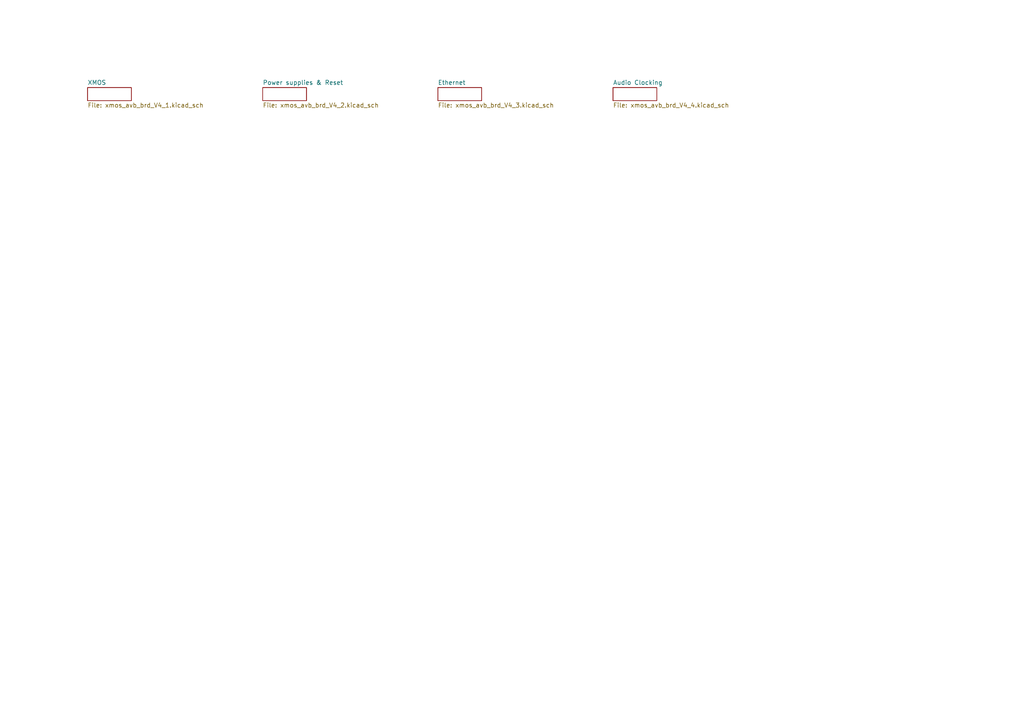
<source format=kicad_sch>
(kicad_sch
	(version 20250114)
	(generator "eeschema")
	(generator_version "9.0")
	(uuid "078ca447-2623-4904-8c0c-708bdb85710a")
	(paper "A4")
	(lib_symbols)
	(sheet
		(at 127 25.4)
		(size 12.7 3.81)
		(exclude_from_sim no)
		(in_bom yes)
		(on_board yes)
		(dnp no)
		(fields_autoplaced yes)
		(stroke
			(width 0)
			(type solid)
		)
		(fill
			(color 0 0 0 0.0000)
		)
		(uuid "4fc8458a-b443-405a-a366-99cd0a864ef2")
		(property "Sheetname" "Ethernet"
			(at 127 24.6884 0)
			(effects
				(font
					(size 1.27 1.27)
				)
				(justify left bottom)
			)
		)
		(property "Sheetfile" "xmos_avb_brd_V4_3.kicad_sch"
			(at 127 29.7946 0)
			(effects
				(font
					(size 1.27 1.27)
				)
				(justify left top)
			)
		)
		(instances
			(project "xmos_avb_brd_V4"
				(path "/078ca447-2623-4904-8c0c-708bdb85710a"
					(page "3")
				)
			)
		)
	)
	(sheet
		(at 177.8 25.4)
		(size 12.7 3.81)
		(exclude_from_sim no)
		(in_bom yes)
		(on_board yes)
		(dnp no)
		(fields_autoplaced yes)
		(stroke
			(width 0)
			(type solid)
		)
		(fill
			(color 0 0 0 0.0000)
		)
		(uuid "617f34d9-c786-46cd-a279-409f054193b5")
		(property "Sheetname" "Audio Clocking"
			(at 177.8 24.6884 0)
			(effects
				(font
					(size 1.27 1.27)
				)
				(justify left bottom)
			)
		)
		(property "Sheetfile" "xmos_avb_brd_V4_4.kicad_sch"
			(at 177.8 29.7946 0)
			(effects
				(font
					(size 1.27 1.27)
				)
				(justify left top)
			)
		)
		(instances
			(project "xmos_avb_brd_V4"
				(path "/078ca447-2623-4904-8c0c-708bdb85710a"
					(page "4")
				)
			)
		)
	)
	(sheet
		(at 25.4 25.4)
		(size 12.7 3.81)
		(exclude_from_sim no)
		(in_bom yes)
		(on_board yes)
		(dnp no)
		(fields_autoplaced yes)
		(stroke
			(width 0)
			(type solid)
		)
		(fill
			(color 0 0 0 0.0000)
		)
		(uuid "90fe07b3-3781-4324-a551-45996f9d5d2f")
		(property "Sheetname" "XMOS"
			(at 25.4 24.6884 0)
			(effects
				(font
					(size 1.27 1.27)
				)
				(justify left bottom)
			)
		)
		(property "Sheetfile" "xmos_avb_brd_V4_1.kicad_sch"
			(at 25.4 29.7946 0)
			(effects
				(font
					(size 1.27 1.27)
				)
				(justify left top)
			)
		)
		(instances
			(project "xmos_avb_brd_V4"
				(path "/078ca447-2623-4904-8c0c-708bdb85710a"
					(page "1")
				)
			)
		)
	)
	(sheet
		(at 76.2 25.4)
		(size 12.7 3.81)
		(exclude_from_sim no)
		(in_bom yes)
		(on_board yes)
		(dnp no)
		(fields_autoplaced yes)
		(stroke
			(width 0)
			(type solid)
		)
		(fill
			(color 0 0 0 0.0000)
		)
		(uuid "963dc351-1d6f-4f90-9140-edf1bf311475")
		(property "Sheetname" "Power supplies & Reset"
			(at 76.2 24.6884 0)
			(effects
				(font
					(size 1.27 1.27)
				)
				(justify left bottom)
			)
		)
		(property "Sheetfile" "xmos_avb_brd_V4_2.kicad_sch"
			(at 76.2 29.7946 0)
			(effects
				(font
					(size 1.27 1.27)
				)
				(justify left top)
			)
		)
		(instances
			(project "xmos_avb_brd_V4"
				(path "/078ca447-2623-4904-8c0c-708bdb85710a"
					(page "2")
				)
			)
		)
	)
	(sheet_instances
		(path "/"
			(page "1")
		)
	)
	(embedded_fonts no)
)

</source>
